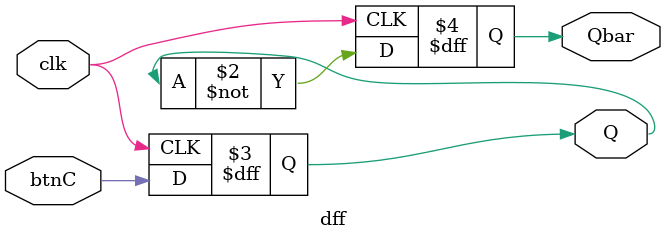
<source format=v>
`timescale 1ns / 1ps

module dff(
input clk,  // input clock
input btnC, // input signal (push button) 
output reg Q, // register because need to store values in always block
output reg Qbar); // register because need to store values in always block

always @ (posedge clk)
begin
    Q <= btnC;  
    Qbar <= ~Q;
end 

endmodule

</source>
